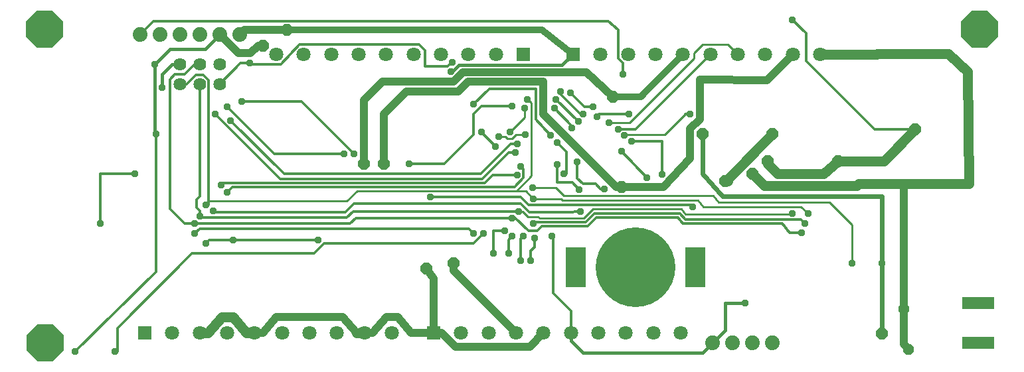
<source format=gbl>
G75*
%MOIN*%
%OFA0B0*%
%FSLAX25Y25*%
%IPPOS*%
%LPD*%
%AMOC8*
5,1,8,0,0,1.08239X$1,22.5*
%
%ADD10R,0.10000X0.20000*%
%ADD11C,0.40000*%
%ADD12C,0.06400*%
%ADD13C,0.07400*%
%ADD14R,0.07087X0.07087*%
%ADD15C,0.07087*%
%ADD16R,0.16000X0.06000*%
%ADD17OC8,0.03569*%
%ADD18C,0.01200*%
%ADD19OC8,0.05906*%
%ADD20C,0.02400*%
%ADD21C,0.04000*%
%ADD22C,0.01600*%
%ADD23C,0.01000*%
%ADD24C,0.05000*%
%ADD25C,0.03200*%
%ADD26OC8,0.05315*%
%ADD27OC8,0.18750*%
D10*
X0277369Y0058625D03*
X0337369Y0058625D03*
D11*
X0307369Y0058625D03*
D12*
X0098619Y0150500D03*
X0088619Y0150500D03*
X0078619Y0150500D03*
X0078619Y0160500D03*
X0088619Y0160500D03*
X0098619Y0160500D03*
D13*
X0098619Y0175500D03*
X0108619Y0175500D03*
X0088619Y0175500D03*
X0078619Y0175500D03*
X0068619Y0175500D03*
X0058619Y0175500D03*
X0346119Y0020500D03*
X0356119Y0020500D03*
X0366119Y0020500D03*
X0376119Y0020500D03*
D14*
X0206119Y0025500D03*
X0061119Y0025500D03*
X0251119Y0165500D03*
X0276119Y0165500D03*
D15*
X0289898Y0165500D03*
X0303678Y0165500D03*
X0317457Y0165500D03*
X0331237Y0165500D03*
X0345016Y0165500D03*
X0358796Y0165500D03*
X0372575Y0165500D03*
X0386355Y0165500D03*
X0400134Y0165500D03*
X0237339Y0165500D03*
X0223560Y0165500D03*
X0209780Y0165500D03*
X0196001Y0165500D03*
X0182221Y0165500D03*
X0168442Y0165500D03*
X0154662Y0165500D03*
X0140883Y0165500D03*
X0127103Y0165500D03*
X0130016Y0025500D03*
X0116237Y0025500D03*
X0102457Y0025500D03*
X0088678Y0025500D03*
X0074898Y0025500D03*
X0143796Y0025500D03*
X0157575Y0025500D03*
X0171355Y0025500D03*
X0185134Y0025500D03*
X0219898Y0025500D03*
X0233678Y0025500D03*
X0247457Y0025500D03*
X0261237Y0025500D03*
X0275016Y0025500D03*
X0288796Y0025500D03*
X0302575Y0025500D03*
X0316355Y0025500D03*
X0330134Y0025500D03*
D16*
X0479369Y0020500D03*
X0479369Y0040500D03*
D17*
X0026119Y0016125D03*
X0046119Y0016125D03*
X0091619Y0070500D03*
X0086119Y0075500D03*
X0086119Y0080500D03*
X0088619Y0084250D03*
X0095494Y0086750D03*
X0091744Y0089875D03*
X0102369Y0096125D03*
X0099256Y0099816D03*
X0056119Y0105500D03*
X0066744Y0125500D03*
X0096431Y0135500D03*
X0104244Y0132375D03*
X0102369Y0139250D03*
X0109869Y0141750D03*
X0069869Y0148938D03*
X0066119Y0160500D03*
X0113619Y0161125D03*
X0214869Y0156750D03*
X0215258Y0161530D03*
X0253206Y0143025D03*
X0251744Y0138625D03*
X0245494Y0139563D03*
X0226119Y0140500D03*
X0266589Y0138470D03*
X0267369Y0143000D03*
X0269869Y0146750D03*
X0274869Y0146125D03*
X0286119Y0139250D03*
X0281119Y0135500D03*
X0287994Y0134250D03*
X0278619Y0131750D03*
X0275494Y0128625D03*
X0264647Y0124875D03*
X0267994Y0121125D03*
X0252056Y0125187D03*
X0244250Y0126437D03*
X0238619Y0124250D03*
X0236916Y0119250D03*
X0247056Y0116125D03*
X0247994Y0120500D03*
X0230041Y0126437D03*
X0193619Y0110500D03*
X0166119Y0115500D03*
X0161226Y0115607D03*
X0204556Y0093937D03*
X0245462Y0083313D03*
X0248728Y0086625D03*
X0256119Y0080500D03*
X0241747Y0076817D03*
X0245494Y0074250D03*
X0251119Y0074131D03*
X0256744Y0073183D03*
X0265494Y0074250D03*
X0243619Y0065500D03*
X0249869Y0061750D03*
X0254869Y0061750D03*
X0236119Y0065500D03*
X0231119Y0075500D03*
X0226119Y0075500D03*
X0256119Y0093000D03*
X0255761Y0098437D03*
X0247994Y0104875D03*
X0249869Y0109250D03*
X0267994Y0110187D03*
X0277994Y0111437D03*
X0271372Y0105500D03*
X0279022Y0097687D03*
X0291744Y0098000D03*
X0312994Y0103625D03*
X0320806Y0105187D03*
X0300494Y0116750D03*
X0305494Y0121750D03*
X0301744Y0124816D03*
X0298619Y0128000D03*
X0294244Y0131125D03*
X0304244Y0135500D03*
X0334695Y0135500D03*
X0301119Y0155419D03*
X0386119Y0183000D03*
X0336119Y0088937D03*
X0386119Y0085684D03*
X0393963Y0085500D03*
X0392369Y0080500D03*
X0390806Y0075813D03*
X0416119Y0060500D03*
X0431119Y0060500D03*
X0362369Y0040500D03*
X0337369Y0058625D03*
X0299869Y0054875D03*
X0279869Y0086437D03*
X0147994Y0072375D03*
X0105494Y0072375D03*
X0038904Y0080559D03*
X0441995Y0085500D03*
D18*
X0392369Y0080500D02*
X0390369Y0082500D01*
X0370645Y0082500D01*
X0370607Y0082535D01*
X0369824Y0082500D01*
X0332369Y0082500D01*
X0329744Y0085625D01*
X0286869Y0085625D01*
X0282494Y0081250D01*
X0257369Y0081250D01*
X0256744Y0081125D01*
X0256119Y0080500D01*
X0257994Y0076750D02*
X0260494Y0079250D01*
X0283431Y0079250D01*
X0287806Y0083625D01*
X0328806Y0083625D01*
X0331244Y0080500D01*
X0381119Y0080500D01*
X0384869Y0075813D01*
X0390806Y0075813D01*
X0336119Y0088937D02*
X0335258Y0089798D01*
X0253862Y0089798D01*
X0249720Y0093940D01*
X0248963Y0093940D01*
X0204556Y0093937D01*
X0230494Y0103000D02*
X0129244Y0103000D01*
X0096431Y0135500D01*
X0104244Y0132375D02*
X0131119Y0105500D01*
X0229869Y0105500D01*
X0244869Y0120500D01*
X0247994Y0120500D01*
X0247056Y0116125D02*
X0243619Y0116125D01*
X0230494Y0103000D01*
X0231747Y0101000D02*
X0099256Y0101000D01*
X0099256Y0099816D01*
X0102369Y0096125D02*
X0105244Y0099000D01*
X0246622Y0099000D01*
X0251178Y0103556D01*
X0251178Y0107941D01*
X0249869Y0109250D01*
X0247994Y0104875D02*
X0235622Y0104875D01*
X0231747Y0101000D01*
X0211431Y0110500D02*
X0226119Y0125187D01*
X0226119Y0135500D01*
X0230181Y0139563D01*
X0245494Y0139563D01*
X0257369Y0132779D02*
X0257369Y0148313D01*
X0233931Y0148313D01*
X0226119Y0140500D01*
X0257369Y0132779D02*
X0264647Y0124875D01*
X0267994Y0121125D02*
X0272681Y0116437D01*
X0272681Y0105500D01*
X0271372Y0105500D01*
X0277994Y0103312D02*
X0277994Y0111437D01*
X0267994Y0110187D02*
X0267994Y0101125D01*
X0275585Y0101125D01*
X0279022Y0097687D01*
X0281119Y0100500D02*
X0277994Y0103312D01*
X0281119Y0100500D02*
X0287369Y0100500D01*
X0289869Y0098000D01*
X0291744Y0098000D01*
X0300494Y0116750D02*
X0312994Y0103625D01*
X0320806Y0105187D02*
X0320806Y0121750D01*
X0305494Y0121750D01*
X0307516Y0128000D02*
X0298619Y0128000D01*
X0307516Y0128000D02*
X0345016Y0165500D01*
X0301119Y0161068D02*
X0301119Y0155419D01*
X0301119Y0161068D02*
X0298734Y0163452D01*
X0298734Y0177884D01*
X0293619Y0182375D01*
X0065494Y0182375D01*
X0058619Y0175500D01*
X0098619Y0175500D02*
X0098644Y0175500D01*
X0109244Y0161125D02*
X0113619Y0161125D01*
X0114338Y0160406D01*
X0129473Y0160406D01*
X0138669Y0170500D01*
X0198646Y0170500D01*
X0201598Y0167548D01*
X0201598Y0159564D01*
X0213180Y0159564D01*
X0213550Y0159934D01*
X0214912Y0161184D01*
X0215258Y0161530D01*
X0267369Y0143000D02*
X0278619Y0131750D01*
X0275184Y0129875D02*
X0266589Y0138470D01*
X0269869Y0145500D02*
X0269869Y0146750D01*
X0269869Y0145500D02*
X0279869Y0135500D01*
X0281119Y0135500D01*
X0287994Y0134250D02*
X0289244Y0135500D01*
X0304244Y0135500D01*
X0286119Y0139250D02*
X0281744Y0139250D01*
X0274869Y0146125D01*
X0275184Y0129875D02*
X0275494Y0128625D01*
X0236916Y0119250D02*
X0230041Y0126437D01*
X0211431Y0110500D02*
X0193619Y0110500D01*
X0166119Y0115500D02*
X0139869Y0141750D01*
X0109869Y0141750D01*
X0102369Y0139250D02*
X0126012Y0115607D01*
X0161226Y0115607D01*
X0093219Y0091750D02*
X0093219Y0089875D01*
X0091744Y0089875D01*
X0093219Y0091750D02*
X0093219Y0152405D01*
X0090524Y0155100D01*
X0086713Y0155100D01*
X0082113Y0150500D01*
X0078619Y0150500D01*
X0076119Y0155500D02*
X0073619Y0153000D01*
X0073619Y0088000D01*
X0081119Y0080500D01*
X0086119Y0080500D01*
X0164206Y0080500D01*
X0167019Y0083313D01*
X0245462Y0083313D01*
X0247056Y0083313D01*
X0253619Y0076750D01*
X0257994Y0076750D01*
X0265494Y0074250D02*
X0266119Y0073625D01*
X0266119Y0045500D01*
X0275016Y0036602D01*
X0275016Y0025500D01*
X0299869Y0054875D02*
X0307369Y0054875D01*
X0307369Y0058625D01*
X0256744Y0068625D02*
X0254869Y0066750D01*
X0254869Y0061750D01*
X0249869Y0061750D02*
X0249869Y0073000D01*
X0249987Y0073000D01*
X0251119Y0074131D01*
X0245494Y0074250D02*
X0243619Y0072375D01*
X0243619Y0065500D01*
X0236119Y0065500D02*
X0236119Y0076750D01*
X0241680Y0076750D01*
X0241747Y0076817D01*
X0231119Y0075500D02*
X0226119Y0070500D01*
X0151119Y0070500D01*
X0146119Y0065500D01*
X0084869Y0065500D01*
X0047369Y0028000D01*
X0047369Y0016125D01*
X0046119Y0016125D01*
X0026119Y0016125D02*
X0066744Y0056125D01*
X0066744Y0125500D01*
X0056119Y0105500D02*
X0038904Y0105500D01*
X0038904Y0080559D01*
X0086119Y0075500D02*
X0088619Y0078000D01*
X0223619Y0078000D01*
X0226119Y0075500D01*
X0256744Y0073183D02*
X0256744Y0068625D01*
X0254020Y0086125D02*
X0249645Y0090500D01*
X0166199Y0090500D01*
X0161824Y0086125D01*
X0096119Y0086125D01*
X0095494Y0086750D01*
X0088619Y0087012D02*
X0088619Y0084250D01*
X0088619Y0084125D01*
X0089194Y0083500D01*
X0162542Y0083423D01*
X0165714Y0086595D01*
X0167129Y0086595D01*
X0248728Y0086625D01*
X0254020Y0086125D02*
X0276119Y0086125D01*
X0276744Y0086437D01*
X0279869Y0086437D01*
X0276169Y0086125D02*
X0276119Y0086125D01*
X0147994Y0072375D02*
X0105494Y0072375D01*
X0093494Y0072375D01*
X0091619Y0070500D01*
X0088619Y0087012D02*
X0087056Y0088575D01*
X0087056Y0092533D01*
X0088619Y0094096D01*
X0088619Y0150500D01*
X0098619Y0150500D02*
X0109244Y0161125D01*
X0088619Y0160500D02*
X0086119Y0160500D01*
X0081119Y0155500D01*
X0076119Y0155500D01*
X0332369Y0135500D02*
X0334695Y0135500D01*
X0392994Y0162375D02*
X0392994Y0176125D01*
X0386119Y0183000D01*
X0392994Y0162375D02*
X0427371Y0127997D01*
X0447681Y0127997D01*
D19*
X0447681Y0127997D03*
X0408931Y0111750D03*
X0373619Y0111750D03*
X0366119Y0105500D03*
X0352369Y0101750D03*
X0300494Y0098937D03*
X0341119Y0125500D03*
X0376119Y0125500D03*
X0296119Y0144250D03*
X0181119Y0110500D03*
X0171119Y0110500D03*
X0216119Y0060500D03*
X0202369Y0058000D03*
X0431119Y0025187D03*
X0120494Y0169875D03*
X0132369Y0178000D03*
D20*
X0341119Y0125500D02*
X0341119Y0105500D01*
X0351119Y0094250D01*
X0431119Y0094250D01*
X0431119Y0060500D01*
X0431119Y0025187D01*
X0441995Y0099624D02*
X0441119Y0100500D01*
D21*
X0441995Y0099624D02*
X0441995Y0085500D01*
X0441995Y0037626D01*
X0441995Y0019937D01*
X0444556Y0017375D01*
X0261237Y0025500D02*
X0254394Y0018657D01*
X0217064Y0018657D01*
X0210220Y0025500D01*
X0206119Y0025500D01*
X0194812Y0025500D01*
X0187969Y0033657D01*
X0182300Y0033657D01*
X0175457Y0025500D01*
X0171355Y0025500D01*
X0167253Y0025500D02*
X0160410Y0033657D01*
X0127182Y0033657D01*
X0120338Y0025500D01*
X0116237Y0025500D01*
X0206119Y0025500D02*
X0206119Y0053032D01*
X0202369Y0058000D01*
X0216119Y0056839D02*
X0247457Y0025500D01*
X0216119Y0056839D02*
X0216119Y0060500D01*
X0261119Y0135500D02*
X0297681Y0098937D01*
X0300494Y0098937D01*
X0321338Y0098937D01*
X0334866Y0113090D01*
X0334866Y0128090D01*
X0339779Y0133003D01*
X0339779Y0153003D01*
X0373545Y0152690D01*
X0386355Y0165500D01*
X0296196Y0144250D02*
X0282896Y0156613D01*
X0220869Y0156613D01*
X0216181Y0151925D01*
X0180431Y0151925D01*
X0171119Y0142613D01*
X0171119Y0110500D01*
X0181119Y0110500D02*
X0181119Y0135500D01*
X0192369Y0146750D01*
X0218535Y0146750D01*
X0223535Y0151750D01*
X0261119Y0151750D01*
X0261119Y0135500D01*
X0296119Y0144250D02*
X0296196Y0144250D01*
X0132369Y0178000D02*
X0111119Y0178000D01*
X0108619Y0175500D01*
X0107994Y0166125D02*
X0098619Y0175500D01*
X0114244Y0166125D02*
X0117994Y0169875D01*
X0120494Y0169875D01*
X0114244Y0166125D02*
X0107994Y0166125D01*
D22*
X0098644Y0175500D02*
X0091356Y0168213D01*
X0073831Y0168213D01*
X0066119Y0160500D01*
X0066119Y0126125D01*
X0066744Y0125500D01*
X0069869Y0148938D02*
X0069869Y0155500D01*
X0074869Y0160500D01*
X0078619Y0160500D01*
X0214869Y0156750D02*
X0215252Y0156750D01*
X0218856Y0160333D01*
X0270327Y0160333D01*
X0276119Y0165500D01*
X0352369Y0040500D02*
X0352369Y0026750D01*
X0346119Y0020500D01*
X0341119Y0015500D01*
X0281119Y0015500D01*
X0275016Y0021602D01*
X0275016Y0025500D01*
X0352369Y0040500D02*
X0362369Y0040500D01*
D23*
X0416119Y0060500D02*
X0416119Y0079842D01*
X0404836Y0091125D01*
X0349244Y0091125D01*
X0346382Y0094611D01*
X0338669Y0094611D01*
X0271434Y0094436D01*
X0267432Y0098437D01*
X0255761Y0098437D01*
X0252369Y0097062D02*
X0247681Y0097062D01*
X0167681Y0097062D01*
X0162369Y0091750D01*
X0093219Y0091750D01*
X0238619Y0124250D02*
X0242075Y0124250D01*
X0242972Y0123353D01*
X0245527Y0123353D01*
X0247362Y0125187D01*
X0252056Y0125187D01*
X0244250Y0126437D02*
X0251744Y0133931D01*
X0251744Y0138625D01*
X0255181Y0141125D02*
X0254143Y0142163D01*
X0253206Y0143025D01*
X0255181Y0141125D02*
X0255181Y0104562D01*
X0247681Y0097062D01*
X0252369Y0097062D02*
X0256119Y0093000D01*
X0270235Y0093000D01*
X0270860Y0092375D01*
X0338669Y0092375D01*
X0341481Y0088937D01*
X0390526Y0088937D01*
X0393963Y0085500D01*
X0386119Y0085684D02*
X0385809Y0085375D01*
X0332369Y0085375D01*
X0330369Y0087875D01*
X0286119Y0087875D01*
X0281556Y0083313D01*
X0259244Y0083313D01*
X0258619Y0083938D01*
X0253306Y0083938D01*
X0250619Y0086625D01*
X0248728Y0086625D01*
X0301744Y0124816D02*
X0301744Y0125128D01*
X0305556Y0125128D01*
X0306119Y0125128D01*
X0321997Y0125128D01*
X0332369Y0135500D01*
X0304478Y0131125D02*
X0336805Y0163452D01*
X0336805Y0166186D01*
X0341119Y0170500D01*
X0353796Y0170500D01*
X0358796Y0165500D01*
X0304478Y0131125D02*
X0294244Y0131125D01*
D24*
X0366119Y0105500D02*
X0371919Y0099700D01*
X0418521Y0099700D01*
X0419321Y0100500D01*
X0474869Y0100500D01*
X0474244Y0156912D01*
X0464530Y0166000D01*
X0428769Y0166000D01*
X0428269Y0165500D01*
X0400134Y0165500D01*
X0447681Y0127997D02*
X0432059Y0111750D01*
X0408931Y0111750D01*
X0401744Y0105500D01*
X0378619Y0105500D01*
X0373619Y0110500D01*
X0373619Y0111750D01*
X0376119Y0125500D02*
X0353619Y0103000D01*
X0353619Y0101750D01*
X0352369Y0101750D01*
X0171355Y0025500D02*
X0167253Y0025500D01*
X0116237Y0025500D02*
X0112135Y0025500D01*
X0105292Y0033657D01*
X0099623Y0033657D01*
X0092779Y0025500D01*
X0088678Y0025500D01*
D25*
X0296196Y0144250D02*
X0309987Y0144250D01*
X0331237Y0165500D01*
X0276119Y0165500D02*
X0260494Y0178000D01*
X0132369Y0178000D01*
D26*
X0441995Y0037626D03*
X0444556Y0017375D03*
D27*
X0011119Y0020500D03*
X0010806Y0178312D03*
X0480181Y0178312D03*
M02*

</source>
